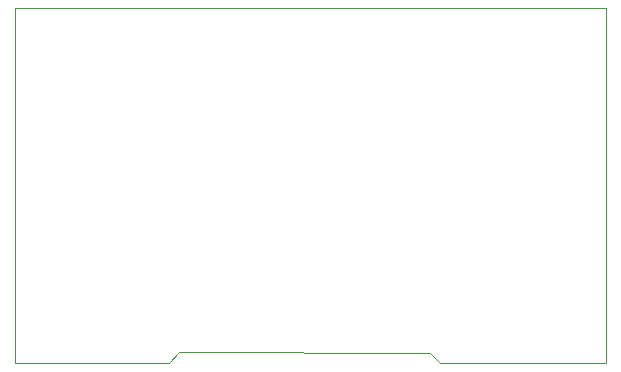
<source format=gbr>
G04 #@! TF.GenerationSoftware,KiCad,Pcbnew,(5.1.5)-2*
G04 #@! TF.CreationDate,2020-03-24T14:33:53+08:00*
G04 #@! TF.ProjectId,EV Meter,4556204d-6574-4657-922e-6b696361645f,rev?*
G04 #@! TF.SameCoordinates,Original*
G04 #@! TF.FileFunction,Profile,NP*
%FSLAX46Y46*%
G04 Gerber Fmt 4.6, Leading zero omitted, Abs format (unit mm)*
G04 Created by KiCad (PCBNEW (5.1.5)-2) date 2020-03-24 14:33:53*
%MOMM*%
%LPD*%
G04 APERTURE LIST*
%ADD10C,0.050000*%
G04 APERTURE END LIST*
D10*
X146502800Y-133457000D02*
X125243000Y-133411000D01*
X147400000Y-134300000D02*
X146502800Y-133457000D01*
X124400000Y-134300000D02*
X125243000Y-133411000D01*
X161400000Y-134300000D02*
X147400000Y-134300000D01*
X111400000Y-134300000D02*
X124400000Y-134300000D01*
X111400000Y-134300000D02*
X111400000Y-104300000D01*
X161400000Y-104300000D02*
X161400000Y-134300000D01*
X111400000Y-104300000D02*
X161400000Y-104300000D01*
M02*

</source>
